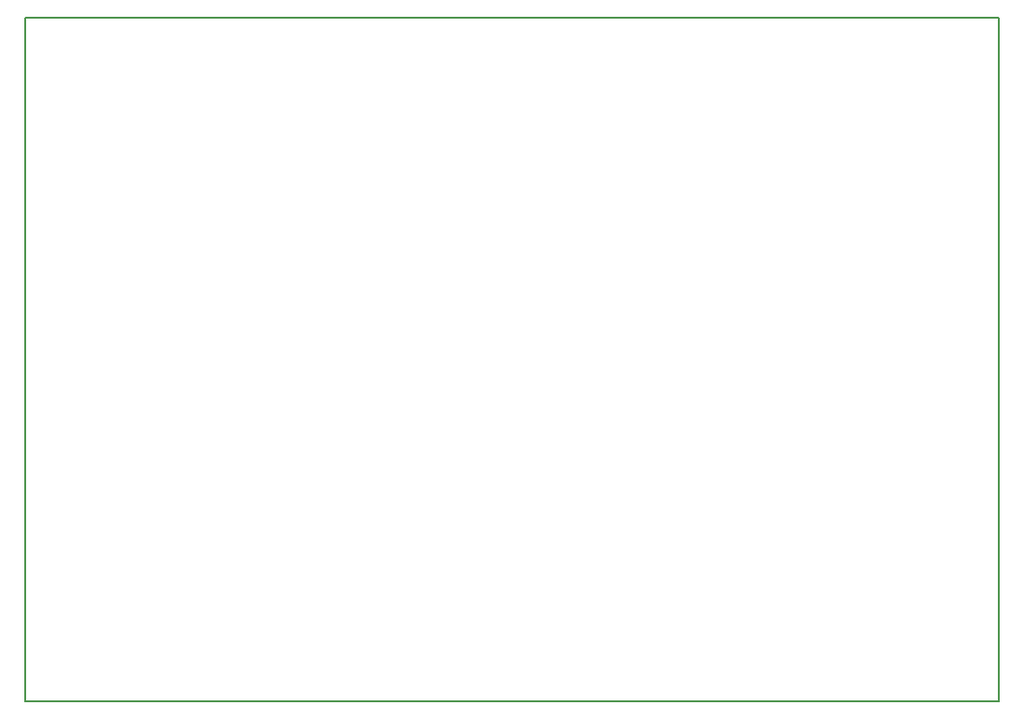
<source format=gm1>
G04 #@! TF.GenerationSoftware,KiCad,Pcbnew,(6.0.6)*
G04 #@! TF.CreationDate,2023-04-23T18:47:12-02:30*
G04 #@! TF.ProjectId,EStopTX,4553746f-7054-4582-9e6b-696361645f70,rev?*
G04 #@! TF.SameCoordinates,Original*
G04 #@! TF.FileFunction,Profile,NP*
%FSLAX46Y46*%
G04 Gerber Fmt 4.6, Leading zero omitted, Abs format (unit mm)*
G04 Created by KiCad (PCBNEW (6.0.6)) date 2023-04-23 18:47:12*
%MOMM*%
%LPD*%
G01*
G04 APERTURE LIST*
G04 #@! TA.AperFunction,Profile*
%ADD10C,0.150000*%
G04 #@! TD*
G04 APERTURE END LIST*
D10*
X94488000Y-58000000D02*
X182880000Y-58000000D01*
X182880000Y-120000000D02*
X182880000Y-58000000D01*
X94488000Y-120010000D02*
X182880000Y-120000000D01*
X94488000Y-58000000D02*
X94488000Y-120010000D01*
M02*

</source>
